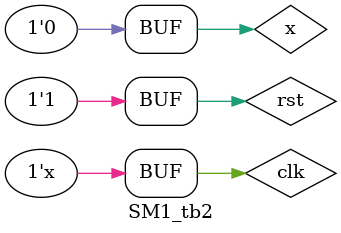
<source format=v>
`timescale 1ns / 1ps


module SM1_tb2();
reg clk, rst, x;
wire y;

SM1 U2 (clk, rst, x, y, state);

initial begin
    clk <= 0;
    rst <= 1;
    x <= 0;
    #10 rst <= 0;
    #10 rst <= 1;
    #20 x <= 1;
    #10 x <= 0;
end
always begin    
    #5 clk = ~clk;
end

endmodule

</source>
